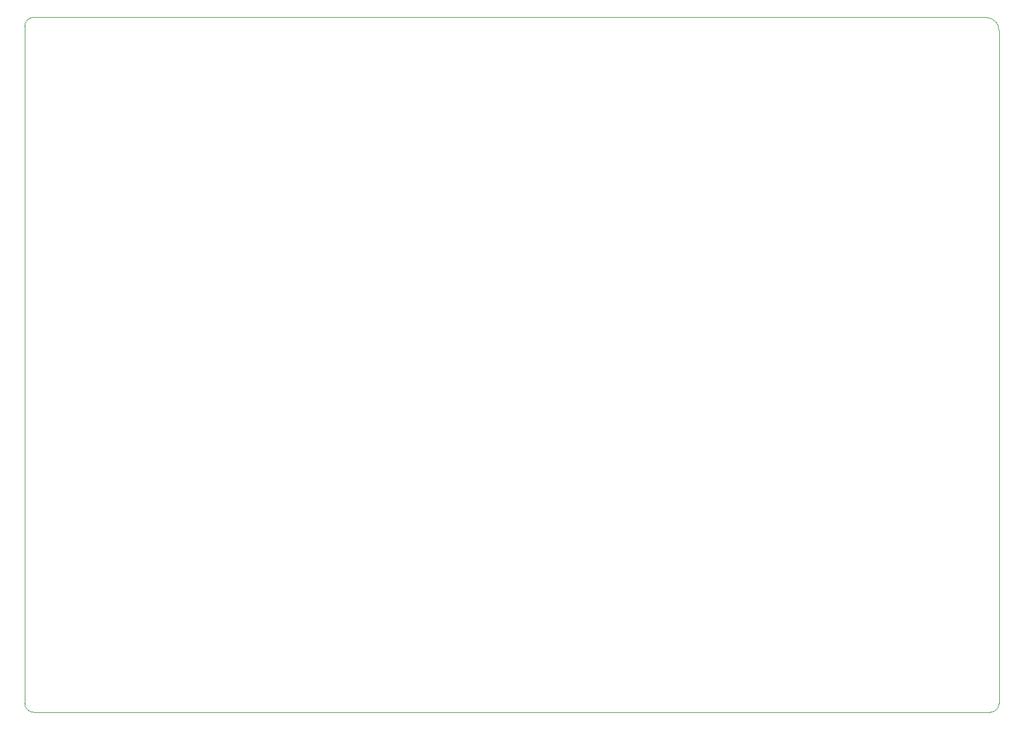
<source format=gm1>
G04 #@! TF.FileFunction,Profile,NP*
%FSLAX46Y46*%
G04 Gerber Fmt 4.6, Leading zero omitted, Abs format (unit mm)*
G04 Created by KiCad (PCBNEW 4.0.1-stable) date 14/10/2016 00:42:30*
%MOMM*%
G01*
G04 APERTURE LIST*
%ADD10C,0.020000*%
%ADD11C,0.100000*%
G04 APERTURE END LIST*
D10*
D11*
X149860000Y-91440000D02*
X149860000Y-188595000D01*
X151130000Y-90170000D02*
X287655000Y-90170000D01*
X289560000Y-188595000D02*
X289560000Y-92075000D01*
X151130000Y-189865000D02*
X288290000Y-189865000D01*
X288290000Y-189865000D02*
G75*
G03X289560000Y-188595000I0J1270000D01*
G01*
X149860000Y-188595000D02*
G75*
G03X151130000Y-189865000I1270000J0D01*
G01*
X151130000Y-90170000D02*
G75*
G03X149860000Y-91440000I0J-1270000D01*
G01*
X289560000Y-92075000D02*
G75*
G03X287655000Y-90170000I-1905000J0D01*
G01*
M02*

</source>
